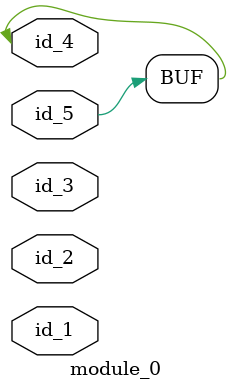
<source format=v>
`timescale 1 ps / 1ps
module module_0 (
    id_1,
    id_2,
    id_3,
    id_4,
    id_5
);
  input id_5;
  inout id_4;
  inout id_3;
  inout id_2;
  inout id_1;
  always @(1 > 1, 1) begin
    id_4 <= id_5;
  end
endmodule

</source>
